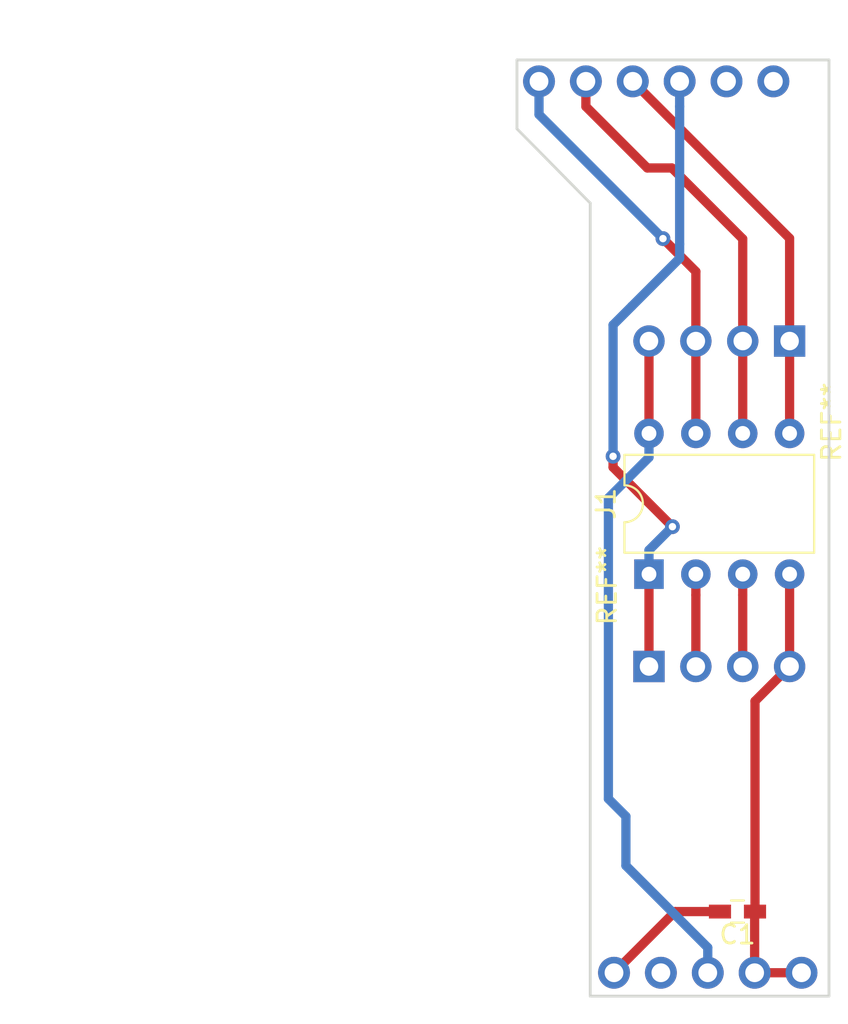
<source format=kicad_pcb>
(kicad_pcb (version 20171130) (host pcbnew "(5.0.0)")

  (general
    (thickness 0.8)
    (drawings 6)
    (tracks 50)
    (zones 0)
    (modules 5)
    (nets 8)
  )

  (page A4)
  (layers
    (0 F.Cu signal)
    (31 B.Cu signal)
    (32 B.Adhes user)
    (33 F.Adhes user)
    (34 B.Paste user)
    (35 F.Paste user)
    (36 B.SilkS user)
    (37 F.SilkS user)
    (38 B.Mask user)
    (39 F.Mask user)
    (40 Dwgs.User user)
    (41 Cmts.User user)
    (42 Eco1.User user)
    (43 Eco2.User user)
    (44 Edge.Cuts user)
    (45 Margin user)
    (46 B.CrtYd user)
    (47 F.CrtYd user)
    (48 B.Fab user)
    (49 F.Fab user)
  )

  (setup
    (last_trace_width 0.5)
    (trace_clearance 0.2)
    (zone_clearance 0.6)
    (zone_45_only no)
    (trace_min 0.2)
    (segment_width 0.2)
    (edge_width 0.15)
    (via_size 0.8)
    (via_drill 0.4)
    (via_min_size 0.4)
    (via_min_drill 0.3)
    (uvia_size 0.3)
    (uvia_drill 0.1)
    (uvias_allowed no)
    (uvia_min_size 0.2)
    (uvia_min_drill 0.1)
    (pcb_text_width 0.3)
    (pcb_text_size 1.5 1.5)
    (mod_edge_width 0.15)
    (mod_text_size 1 1)
    (mod_text_width 0.15)
    (pad_size 1.7 1.7)
    (pad_drill 1)
    (pad_to_mask_clearance 0.2)
    (aux_axis_origin 0 0)
    (visible_elements 7FFFFFFF)
    (pcbplotparams
      (layerselection 0x010fc_ffffffff)
      (usegerberextensions false)
      (usegerberattributes false)
      (usegerberadvancedattributes false)
      (creategerberjobfile false)
      (excludeedgelayer true)
      (linewidth 0.100000)
      (plotframeref false)
      (viasonmask false)
      (mode 1)
      (useauxorigin false)
      (hpglpennumber 1)
      (hpglpenspeed 20)
      (hpglpendiameter 15.000000)
      (psnegative false)
      (psa4output false)
      (plotreference true)
      (plotvalue true)
      (plotinvisibletext false)
      (padsonsilk false)
      (subtractmaskfromsilk false)
      (outputformat 1)
      (mirror false)
      (drillshape 0)
      (scaleselection 1)
      (outputdirectory "gerbers/"))
  )

  (net 0 "")
  (net 1 "Net-(C1-Pad2)")
  (net 2 "Net-(C1-Pad1)")
  (net 3 "Net-(J1-Pad8)")
  (net 4 "Net-(J1-Pad7)")
  (net 5 "Net-(J1-Pad6)")
  (net 6 "Net-(J1-Pad5)")
  (net 7 "Net-(J1-Pad1)")

  (net_class Default "This is the default net class."
    (clearance 0.2)
    (trace_width 0.5)
    (via_dia 0.8)
    (via_drill 0.4)
    (uvia_dia 0.3)
    (uvia_drill 0.1)
    (add_net "Net-(C1-Pad1)")
    (add_net "Net-(C1-Pad2)")
    (add_net "Net-(J1-Pad1)")
    (add_net "Net-(J1-Pad5)")
    (add_net "Net-(J1-Pad6)")
    (add_net "Net-(J1-Pad7)")
    (add_net "Net-(J1-Pad8)")
  )

  (module Custom:Pin_Header_Angled_1x04_Pitch2.54mm (layer F.Cu) (tedit 5C24AB1E) (tstamp 5C24AB2C)
    (at 156.124 108.916 90)
    (descr "Through hole angled pin header, 1x04, 2.54mm pitch, 6mm pin length, single row")
    (tags "Through hole angled pin header THT 1x04 2.54mm single row")
    (fp_text reference REF** (at 4.385 -2.27 90) (layer F.SilkS)
      (effects (font (size 1 1) (thickness 0.15)))
    )
    (fp_text value Pin_Header_Angled_1x04_Pitch2.54mm (at 4.385 9.89 90) (layer F.Fab)
      (effects (font (size 1 1) (thickness 0.15)))
    )
    (fp_line (start -0.32 7.3) (end -0.32 7.94) (layer F.Fab) (width 0.1))
    (fp_line (start -0.32 4.76) (end -0.32 5.4) (layer F.Fab) (width 0.1))
    (fp_line (start -0.32 2.22) (end -0.32 2.86) (layer F.Fab) (width 0.1))
    (fp_line (start -0.32 -0.32) (end -0.32 0.32) (layer F.Fab) (width 0.1))
    (pad 4 thru_hole oval (at 0 7.62 90) (size 1.7 1.7) (drill 1) (layers *.Cu *.Mask)
      (net 2 "Net-(C1-Pad1)"))
    (pad 3 thru_hole oval (at 0 5.08 90) (size 1.7 1.7) (drill 1) (layers *.Cu *.Mask))
    (pad 2 thru_hole oval (at 0 2.54 90) (size 1.7 1.7) (drill 1) (layers *.Cu *.Mask))
    (pad 1 thru_hole rect (at 0 0 90) (size 1.7 1.7) (drill 1) (layers *.Cu *.Mask)
      (net 7 "Net-(J1-Pad1)"))
    (model ${KISYS3DMOD}/Pin_Headers.3dshapes/Pin_Header_Angled_1x04_Pitch2.54mm.wrl
      (at (xyz 0 0 0))
      (scale (xyz 1 1 1))
      (rotate (xyz 0 0 0))
    )
  )

  (module Custom:Pin_Header_Angled_1x04_Pitch2.54mm (layer F.Cu) (tedit 5C24AB83) (tstamp 5C24BA2E)
    (at 163.744 91.296 270)
    (descr "Through hole angled pin header, 1x04, 2.54mm pitch, 6mm pin length, single row")
    (tags "Through hole angled pin header THT 1x04 2.54mm single row")
    (fp_text reference REF** (at 4.385 -2.27 270) (layer F.SilkS)
      (effects (font (size 1 1) (thickness 0.15)))
    )
    (fp_text value Pin_Header_Angled_1x04_Pitch2.54mm (at 4.385 9.89 270) (layer F.Fab)
      (effects (font (size 1 1) (thickness 0.15)))
    )
    (fp_line (start -0.32 7.3) (end -0.32 7.94) (layer F.Fab) (width 0.1))
    (fp_line (start -0.32 4.76) (end -0.32 5.4) (layer F.Fab) (width 0.1))
    (fp_line (start -0.32 2.22) (end -0.32 2.86) (layer F.Fab) (width 0.1))
    (fp_line (start -0.32 -0.32) (end -0.32 0.32) (layer F.Fab) (width 0.1))
    (pad 4 thru_hole oval (at 0 7.62 270) (size 1.7 1.7) (drill 1) (layers *.Cu *.Mask)
      (net 3 "Net-(J1-Pad8)"))
    (pad 3 thru_hole oval (at 0 5.08 270) (size 1.7 1.7) (drill 1) (layers *.Cu *.Mask)
      (net 4 "Net-(J1-Pad7)"))
    (pad 2 thru_hole oval (at 0 2.54 270) (size 1.7 1.7) (drill 1) (layers *.Cu *.Mask)
      (net 5 "Net-(J1-Pad6)"))
    (pad 1 thru_hole rect (at 0 0 270) (size 1.7 1.7) (drill 1) (layers *.Cu *.Mask)
      (net 6 "Net-(J1-Pad5)"))
    (model ${KISYS3DMOD}/Pin_Headers.3dshapes/Pin_Header_Angled_1x04_Pitch2.54mm.wrl
      (at (xyz 0 0 0))
      (scale (xyz 1 1 1))
      (rotate (xyz 0 0 0))
    )
  )

  (module Arduino:Arduino_Uno_Shield_Custom (layer F.Cu) (tedit 5C0BF54A) (tstamp 5C084F7C)
    (at 121.209 128.036)
    (descr https://store.arduino.cc/arduino-uno-rev3)
    (path /5C08301C)
    (fp_text reference XA1 (at 2.54 -54.356) (layer F.SilkS) hide
      (effects (font (size 1 1) (thickness 0.15)))
    )
    (fp_text value Arduino_Uno_Shield (at 15.494 -54.356) (layer F.Fab)
      (effects (font (size 1 1) (thickness 0.15)))
    )
    (pad D11 thru_hole oval (at 34.036 -50.8) (size 1.7272 1.7272) (drill 1.016) (layers *.Cu *.Mask)
      (net 6 "Net-(J1-Pad5)"))
    (pad D12 thru_hole oval (at 31.496 -50.8) (size 1.7272 1.7272) (drill 1.016) (layers *.Cu *.Mask)
      (net 5 "Net-(J1-Pad6)"))
    (pad D13 thru_hole oval (at 28.956 -50.8) (size 1.7272 1.7272) (drill 1.016) (layers *.Cu *.Mask)
      (net 4 "Net-(J1-Pad7)"))
    (pad D10 thru_hole oval (at 36.576 -50.8) (size 1.7272 1.7272) (drill 1.016) (layers *.Cu *.Mask)
      (net 7 "Net-(J1-Pad1)"))
    (pad D9 thru_hole oval (at 39.116 -50.8) (size 1.7272 1.7272) (drill 1.016) (layers *.Cu *.Mask))
    (pad D8 thru_hole oval (at 41.656 -50.8) (size 1.7272 1.7272) (drill 1.016) (layers *.Cu *.Mask))
    (pad RST1 thru_hole oval (at 33.02 -2.54) (size 1.7272 1.7272) (drill 1.016) (layers *.Cu *.Mask)
      (net 1 "Net-(C1-Pad2)"))
    (pad 3V3 thru_hole oval (at 35.56 -2.54) (size 1.7272 1.7272) (drill 1.016) (layers *.Cu *.Mask))
    (pad 5V1 thru_hole oval (at 38.1 -2.54) (size 1.7272 1.7272) (drill 1.016) (layers *.Cu *.Mask)
      (net 3 "Net-(J1-Pad8)"))
    (pad GND2 thru_hole oval (at 40.64 -2.54) (size 1.7272 1.7272) (drill 1.016) (layers *.Cu *.Mask)
      (net 2 "Net-(C1-Pad1)"))
    (pad GND3 thru_hole oval (at 43.18 -2.54) (size 1.7272 1.7272) (drill 1.016) (layers *.Cu *.Mask)
      (net 2 "Net-(C1-Pad1)"))
  )

  (module Capacitors_SMD:C_0603_HandSoldering (layer F.Cu) (tedit 58AA848B) (tstamp 5C084F20)
    (at 160.919 122.184 180)
    (descr "Capacitor SMD 0603, hand soldering")
    (tags "capacitor 0603")
    (path /5C083E67)
    (attr smd)
    (fp_text reference C1 (at 0 -1.25 180) (layer F.SilkS)
      (effects (font (size 1 1) (thickness 0.15)))
    )
    (fp_text value 10uF (at 0 1.5 180) (layer F.Fab)
      (effects (font (size 1 1) (thickness 0.15)))
    )
    (fp_line (start 1.8 0.65) (end -1.8 0.65) (layer F.CrtYd) (width 0.05))
    (fp_line (start 1.8 0.65) (end 1.8 -0.65) (layer F.CrtYd) (width 0.05))
    (fp_line (start -1.8 -0.65) (end -1.8 0.65) (layer F.CrtYd) (width 0.05))
    (fp_line (start -1.8 -0.65) (end 1.8 -0.65) (layer F.CrtYd) (width 0.05))
    (fp_line (start 0.35 0.6) (end -0.35 0.6) (layer F.SilkS) (width 0.12))
    (fp_line (start -0.35 -0.6) (end 0.35 -0.6) (layer F.SilkS) (width 0.12))
    (fp_line (start -0.8 -0.4) (end 0.8 -0.4) (layer F.Fab) (width 0.1))
    (fp_line (start 0.8 -0.4) (end 0.8 0.4) (layer F.Fab) (width 0.1))
    (fp_line (start 0.8 0.4) (end -0.8 0.4) (layer F.Fab) (width 0.1))
    (fp_line (start -0.8 0.4) (end -0.8 -0.4) (layer F.Fab) (width 0.1))
    (fp_text user %R (at 0 -1.25 180) (layer F.Fab)
      (effects (font (size 1 1) (thickness 0.15)))
    )
    (pad 2 smd rect (at 0.95 0 180) (size 1.2 0.75) (layers F.Cu F.Paste F.Mask)
      (net 1 "Net-(C1-Pad2)"))
    (pad 1 smd rect (at -0.95 0 180) (size 1.2 0.75) (layers F.Cu F.Paste F.Mask)
      (net 2 "Net-(C1-Pad1)"))
    (model Capacitors_SMD.3dshapes/C_0603.wrl
      (at (xyz 0 0 0))
      (scale (xyz 1 1 1))
      (rotate (xyz 0 0 0))
    )
  )

  (module Housings_DIP:DIP-8_W7.62mm (layer F.Cu) (tedit 5C24A9B7) (tstamp 5C084F3C)
    (at 156.124 103.916 90)
    (descr "8-lead though-hole mounted DIP package, row spacing 7.62 mm (300 mils)")
    (tags "THT DIP DIL PDIP 2.54mm 7.62mm 300mil")
    (path /5C083158)
    (fp_text reference J1 (at 3.81 -2.33 90) (layer F.SilkS)
      (effects (font (size 1 1) (thickness 0.15)))
    )
    (fp_text value Conn_02x04_Counter_Clockwise (at 3.81 9.95 90) (layer F.Fab)
      (effects (font (size 1 1) (thickness 0.15)))
    )
    (fp_arc (start 3.81 -1.33) (end 2.81 -1.33) (angle -180) (layer F.SilkS) (width 0.12))
    (fp_line (start 1.635 -1.27) (end 6.985 -1.27) (layer F.Fab) (width 0.1))
    (fp_line (start 6.985 -1.27) (end 6.985 8.89) (layer F.Fab) (width 0.1))
    (fp_line (start 6.985 8.89) (end 0.635 8.89) (layer F.Fab) (width 0.1))
    (fp_line (start 0.635 8.89) (end 0.635 -0.27) (layer F.Fab) (width 0.1))
    (fp_line (start 0.635 -0.27) (end 1.635 -1.27) (layer F.Fab) (width 0.1))
    (fp_line (start 2.81 -1.33) (end 1.16 -1.33) (layer F.SilkS) (width 0.12))
    (fp_line (start 1.16 -1.33) (end 1.16 8.95) (layer F.SilkS) (width 0.12))
    (fp_line (start 1.16 8.95) (end 6.46 8.95) (layer F.SilkS) (width 0.12))
    (fp_line (start 6.46 8.95) (end 6.46 -1.33) (layer F.SilkS) (width 0.12))
    (fp_line (start 6.46 -1.33) (end 4.81 -1.33) (layer F.SilkS) (width 0.12))
    (fp_line (start -1.1 -1.55) (end -1.1 9.15) (layer F.CrtYd) (width 0.05))
    (fp_line (start -1.1 9.15) (end 8.7 9.15) (layer F.CrtYd) (width 0.05))
    (fp_line (start 8.7 9.15) (end 8.7 -1.55) (layer F.CrtYd) (width 0.05))
    (fp_line (start 8.7 -1.55) (end -1.1 -1.55) (layer F.CrtYd) (width 0.05))
    (fp_text user %R (at 3.81 3.81 90) (layer F.Fab)
      (effects (font (size 1 1) (thickness 0.15)))
    )
    (pad 1 thru_hole rect (at 0 0 90) (size 1.6 1.6) (drill 0.8) (layers *.Cu *.Mask)
      (net 7 "Net-(J1-Pad1)"))
    (pad 5 thru_hole oval (at 7.62 7.62 90) (size 1.6 1.6) (drill 0.8) (layers *.Cu *.Mask)
      (net 6 "Net-(J1-Pad5)"))
    (pad 2 thru_hole oval (at 0 2.54 90) (size 1.6 1.6) (drill 0.8) (layers *.Cu *.Mask))
    (pad 6 thru_hole oval (at 7.62 5.08 90) (size 1.6 1.6) (drill 0.8) (layers *.Cu *.Mask)
      (net 5 "Net-(J1-Pad6)"))
    (pad 3 thru_hole oval (at 0 5.08 90) (size 1.6 1.6) (drill 0.8) (layers *.Cu *.Mask))
    (pad 7 thru_hole oval (at 7.62 2.54 90) (size 1.6 1.6) (drill 0.8) (layers *.Cu *.Mask)
      (net 4 "Net-(J1-Pad7)"))
    (pad 4 thru_hole oval (at 0 7.62 90) (size 1.6 1.6) (drill 0.8) (layers *.Cu *.Mask)
      (net 2 "Net-(C1-Pad1)"))
    (pad 8 thru_hole oval (at 7.62 0 90) (size 1.6 1.6) (drill 0.8) (layers *.Cu *.Mask)
      (net 3 "Net-(J1-Pad8)"))
    (model ${KISYS3DMOD}/Housings_DIP.3dshapes/DIP-8_W7.62mm.wrl
      (at (xyz 0 0 0))
      (scale (xyz 1 1 1))
      (rotate (xyz 0 0 0))
    )
  )

  (gr_line (start 148.971 79.8068) (end 152.93848 83.82508) (layer Edge.Cuts) (width 0.15))
  (gr_line (start 152.93848 83.825038) (end 152.93848 126.761372) (layer Edge.Cuts) (width 0.15))
  (gr_line (start 165.87724 76.07808) (end 165.87724 126.76124) (layer Edge.Cuts) (width 0.15))
  (gr_line (start 148.971 76.07808) (end 165.87724 76.07808) (layer Edge.Cuts) (width 0.15))
  (gr_line (start 152.93848 126.76124) (end 165.87724 126.76124) (layer Edge.Cuts) (width 0.15))
  (gr_line (start 148.971 76.07808) (end 148.971 79.79742) (layer Edge.Cuts) (width 0.15))

  (segment (start 161.204 105.04737) (end 161.204 108.916) (width 0.5) (layer F.Cu) (net 0))
  (segment (start 161.204 103.916) (end 161.204 105.04737) (width 0.5) (layer F.Cu) (net 0))
  (segment (start 158.664 105.04737) (end 158.664 108.916) (width 0.5) (layer F.Cu) (net 0))
  (segment (start 158.664 103.916) (end 158.664 105.04737) (width 0.5) (layer F.Cu) (net 0))
  (segment (start 159.969 122.184) (end 157.541 122.184) (width 0.5) (layer F.Cu) (net 1))
  (segment (start 157.541 122.184) (end 154.229 125.496) (width 0.5) (layer F.Cu) (net 1))
  (segment (start 163.744 103.916) (end 163.744 108.916) (width 0.5) (layer F.Cu) (net 2))
  (segment (start 161.869 110.791) (end 161.869 122.184) (width 0.5) (layer F.Cu) (net 2))
  (segment (start 163.744 108.916) (end 161.869 110.791) (width 0.5) (layer F.Cu) (net 2))
  (segment (start 161.849 122.204) (end 161.869 122.184) (width 0.5) (layer F.Cu) (net 2))
  (segment (start 161.849 125.496) (end 161.849 122.204) (width 0.5) (layer F.Cu) (net 2))
  (segment (start 161.849 125.496) (end 164.389 125.496) (width 0.5) (layer F.Cu) (net 2))
  (segment (start 156.124 96.296) (end 156.124 91.296) (width 0.5) (layer F.Cu) (net 3))
  (segment (start 156.124 97.596) (end 156.124 96.296) (width 0.5) (layer B.Cu) (net 3))
  (segment (start 159.309 124.1324) (end 154.8737 119.6971) (width 0.5) (layer B.Cu) (net 3))
  (segment (start 154.8737 119.6971) (end 154.8737 117.0277) (width 0.5) (layer B.Cu) (net 3))
  (segment (start 159.309 125.496) (end 159.309 124.1324) (width 0.5) (layer B.Cu) (net 3))
  (segment (start 154.8737 117.0277) (end 153.924 116.078) (width 0.5) (layer B.Cu) (net 3))
  (segment (start 153.924 116.078) (end 153.924 99.796) (width 0.5) (layer B.Cu) (net 3))
  (segment (start 153.924 99.796) (end 156.124 97.596) (width 0.5) (layer B.Cu) (net 3))
  (segment (start 156.8814 85.7487) (end 150.165 79.0323) (width 0.5) (layer B.Cu) (net 4))
  (segment (start 150.165 79.0323) (end 150.165 77.236) (width 0.5) (layer B.Cu) (net 4))
  (via (at 156.8814 85.7487) (size 0.8) (layers F.Cu B.Cu) (net 4))
  (segment (start 158.664 91.296) (end 158.664 96.296) (width 0.5) (layer F.Cu) (net 4))
  (segment (start 158.664 87.5313) (end 158.664 91.296) (width 0.5) (layer F.Cu) (net 4))
  (segment (start 156.8814 85.7487) (end 158.664 87.5313) (width 0.5) (layer F.Cu) (net 4))
  (segment (start 152.705 78.5996) (end 156.0311 81.9257) (width 0.5) (layer F.Cu) (net 5))
  (segment (start 152.705 77.236) (end 152.705 78.5996) (width 0.5) (layer F.Cu) (net 5))
  (segment (start 161.204 96.296) (end 161.204 91.296) (width 0.5) (layer F.Cu) (net 5))
  (segment (start 156.0311 81.9257) (end 157.3637 81.9257) (width 0.5) (layer F.Cu) (net 5))
  (segment (start 161.204 85.766) (end 161.204 91.296) (width 0.5) (layer F.Cu) (net 5))
  (segment (start 157.3637 81.9257) (end 161.204 85.766) (width 0.5) (layer F.Cu) (net 5))
  (segment (start 163.744 96.296) (end 163.744 91.296) (width 0.5) (layer F.Cu) (net 6))
  (segment (start 163.744 85.735) (end 155.245 77.236) (width 0.5) (layer F.Cu) (net 6))
  (segment (start 163.744 91.296) (end 163.744 85.735) (width 0.5) (layer F.Cu) (net 6))
  (segment (start 156.124 102.616) (end 157.394 101.346) (width 0.5) (layer B.Cu) (net 7))
  (segment (start 157.785 86.0477) (end 157.785 78.5996) (width 0.5) (layer B.Cu) (net 7))
  (segment (start 157.785 77.236) (end 157.785 78.5996) (width 0.5) (layer B.Cu) (net 7))
  (segment (start 156.124 103.916) (end 156.124 102.616) (width 0.5) (layer B.Cu) (net 7))
  (segment (start 156.124 103.916) (end 156.124 108.916) (width 0.5) (layer F.Cu) (net 7))
  (segment (start 157.785 86.0477) (end 157.785 86.817) (width 0.5) (layer B.Cu) (net 7))
  (segment (start 157.785 86.817) (end 155.194 89.408) (width 0.5) (layer B.Cu) (net 7))
  (segment (start 155.194 89.408) (end 154.178 90.424) (width 0.5) (layer B.Cu) (net 7))
  (segment (start 154.178 90.424) (end 154.178 97.536) (width 0.5) (layer B.Cu) (net 7))
  (segment (start 154.178 97.536) (end 154.178 97.536) (width 0.5) (layer B.Cu) (net 7) (tstamp 5C24DB8F))
  (via (at 154.178 97.536) (size 0.8) (drill 0.4) (layers F.Cu B.Cu) (net 7))
  (segment (start 157.394 101.346) (end 157.394 101.346) (width 0.5) (layer B.Cu) (net 7) (tstamp 5C24DB91))
  (via (at 157.394 101.346) (size 0.8) (drill 0.4) (layers F.Cu B.Cu) (net 7))
  (segment (start 154.178 98.13) (end 157.394 101.346) (width 0.5) (layer F.Cu) (net 7))
  (segment (start 154.178 97.536) (end 154.178 98.13) (width 0.5) (layer F.Cu) (net 7))

)

</source>
